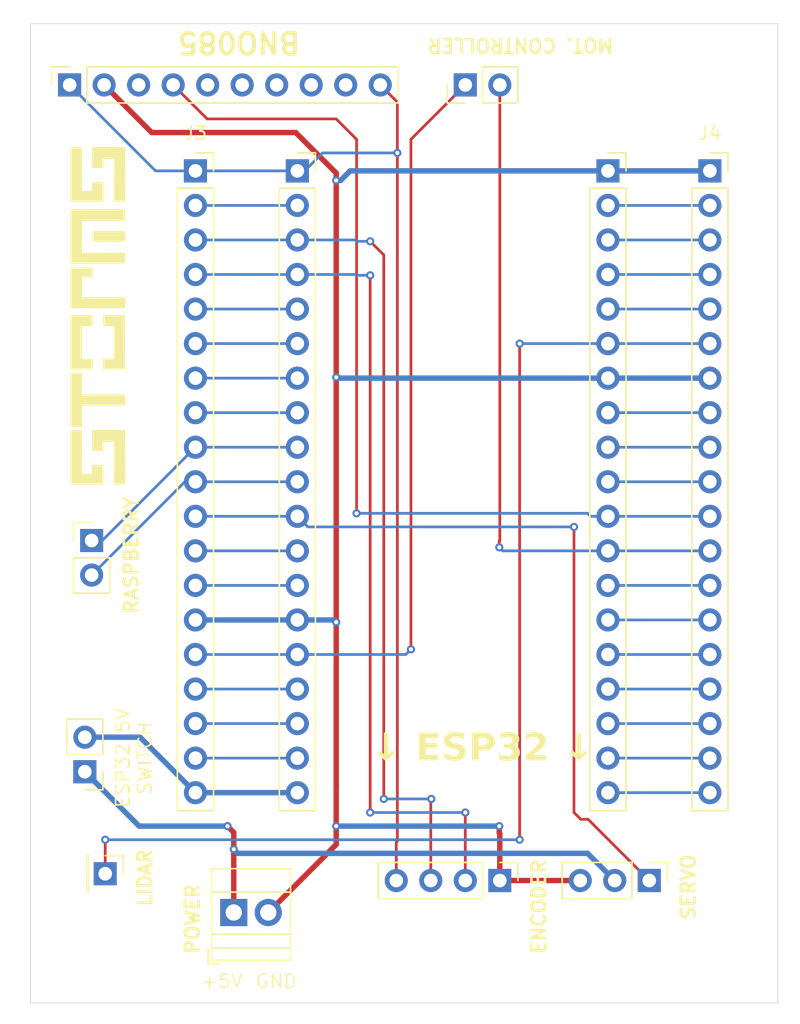
<source format=kicad_pcb>
(kicad_pcb (version 20240108) (generator "pcbnew") (generator_version "8.0")
  (layers (0 "F.Cu" signal) (31 "B.Cu" signal) (34 "B.Paste" user) (35 "F.Paste" user) (36 "B.SilkS" user "B.Silkscreen") (37 "F.SilkS" user "F.Silkscreen") (38 "B.Mask" user) (39 "F.Mask" user) (44 "Edge.Cuts" user))
  (net 0 "")
  (net 1 "/+5V")
  (net 2 "/GND")
  (net 3 "/+3V3")
  (net 4 "/SDA")
  (net 5 "/SERVO")
  (net 6 "/PI_PIN1")
  (net 7 "Net-(J1-Pin_16)")
  (net 8 "Net-(J1-Pin_5)")
  (net 9 "Net-(J1-Pin_2)")
  (net 10 "Net-(J1-Pin_18)")
  (net 11 "/PI_PIN2")
  (net 12 "Net-(J1-Pin_8)")
  (net 13 "Net-(J1-Pin_12)")
  (net 14 "Net-(J1-Pin_13)")
  (net 15 "Net-(J1-Pin_17)")
  (net 16 "Net-(J1-Pin_6)")
  (net 17 "Net-(J1-Pin_7)")
  (net 18 "/ENC2")
  (net 25 "/LIDAR_PWM")
  (net 26 "Net-(J2-Pin_13)")
  (net 27 "Net-(J2-Pin_14)")
  (net 28 "Net-(J2-Pin_10)")
  (net 29 "Net-(J2-Pin_5)")
  (net 30 "Net-(J2-Pin_19)")
  (net 31 "Net-(J2-Pin_2)")
  (net 32 "Net-(J2-Pin_17)")
  (net 33 "Net-(J2-Pin_9)")
  (net 34 "Net-(J2-Pin_18)")
  (net 35 "Net-(J2-Pin_16)")
  (net 36 "Net-(J2-Pin_8)")
  (net 37 "Net-(J2-Pin_4)")
  (net 38 "Net-(J2-Pin_3)")
  (net 39 "Net-(J2-Pin_15)")
  (net 40 "/ENC1")
  (net 41 "/MOT2")
  (net 42 "/MOT1")
  (net 43 "/+5V_SWITCH")
  (footprint "MountingHole:MountingHole_3.2mm_M3" (layer "F.Cu") (at 69 84)
    (property "Reference" "H2" (hide yes))
    (property "Value" "MountingHole")
    (pad "" np_thru_hole circle (at 0 0) (size 3.2 3.2) (drill 3.2) (layers "*.Cu" "*.Mask"))
  )
  (footprint "TerminalBlock:TerminalBlock_Xinya_XY308-2.54-2P_1x02_P2.54mm_Horizontal" (layer "F.Cu") (at 32.46 80.85)
    (property "Reference" "PSU1" (hide yes))
    (property "Value" "GND_IN")
    (fp_line (start -1.88 2.72) (end -1.88 3.76) (stroke (width 0.12)) (layer "F.SilkS"))
    (fp_line (start -1.88 3.76) (end -1.08 3.76) (stroke (width 0.12)) (layer "F.SilkS"))
    (fp_line (start -1.64 -3.22) (end -1.64 3.52) (stroke (width 0.12)) (layer "F.SilkS"))
    (fp_line (start -1.64 -3.22) (end 4.18 -3.22) (stroke (width 0.12)) (layer "F.SilkS"))
    (fp_line (start -1.64 -1.501) (end 4.18 -1.501) (stroke (width 0.12)) (layer "F.SilkS"))
    (fp_line (start -1.64 1.6) (end 4.18 1.6) (stroke (width 0.12)) (layer "F.SilkS"))
    (fp_line (start -1.64 2.6) (end 4.18 2.6) (stroke (width 0.12)) (layer "F.SilkS"))
    (fp_line (start -1.64 3.52) (end 4.18 3.52) (stroke (width 0.12)) (layer "F.SilkS"))
    (fp_line (start 4.18 -3.22) (end 4.18 3.52) (stroke (width 0.12)) (layer "F.SilkS"))
    (pad "1" thru_hole rect (at 0 0) (size 2 2) (drill 1.2) (layers "*.Cu" "*.Mask") (net 1 "/+5V"))
    (pad "2" thru_hole circle (at 2.54 0) (size 2 2) (drill 1.2) (layers "*.Cu" "*.Mask") (net 2 "/GND"))
  )
  (footprint "MountingHole:MountingHole_3.2mm_M3" (layer "F.Cu") (at 69 19)
    (property "Reference" "H1" (hide yes))
    (property "Value" "MountingHole")
    (pad "" np_thru_hole circle (at 0 0) (size 3.2 3.2) (drill 3.2) (layers "*.Cu" "*.Mask"))
  )
  (footprint "Connector_PinSocket_2.54mm:PinSocket_1x10_P2.54mm_Vertical" (layer "F.Cu") (at 20.38 20 90)
    (property "Reference" "GYRO1" (hide yes))
    (property "Value" "Conn_01x10_Pin")
    (fp_line (start 1.33 -1.33) (end 1.33 0) (stroke (width 0.12)) (layer "F.SilkS"))
    (fp_line (start 0 -1.33) (end 1.33 -1.33) (stroke (width 0.12)) (layer "F.SilkS"))
    (fp_line (start 1.33 1.27) (end 1.33 24.19) (stroke (width 0.12)) (layer "F.SilkS"))
    (fp_line (start -1.33 1.27) (end 1.33 1.27) (stroke (width 0.12)) (layer "F.SilkS"))
    (fp_line (start -1.33 1.27) (end -1.33 24.19) (stroke (width 0.12)) (layer "F.SilkS"))
    (fp_line (start -1.33 24.19) (end 1.33 24.19) (stroke (width 0.12)) (layer "F.SilkS"))
    (pad "1" thru_hole rect (at 0 0 90) (size 1.7 1.7) (drill 1) (layers "*.Cu" "*.Mask") (net 3 "/+3V3"))
    (pad "2" thru_hole oval (at 0 2.54 90) (size 1.7 1.7) (drill 1) (layers "*.Cu" "*.Mask") (net 2 "/GND"))
    (pad "3" thru_hole oval (at 0 5.08 90) (size 1.7 1.7) (drill 1) (layers "*.Cu" "*.Mask"))
    (pad "4" thru_hole oval (at 0 7.62 90) (size 1.7 1.7) (drill 1) (layers "*.Cu" "*.Mask") (net 4 "/SDA"))
    (pad "5" thru_hole oval (at 0 10.16 90) (size 1.7 1.7) (drill 1) (layers "*.Cu" "*.Mask"))
    (pad "6" thru_hole oval (at 0 12.7 90) (size 1.7 1.7) (drill 1) (layers "*.Cu" "*.Mask"))
    (pad "7" thru_hole oval (at 0 15.24 90) (size 1.7 1.7) (drill 1) (layers "*.Cu" "*.Mask"))
    (pad "8" thru_hole oval (at 0 17.78 90) (size 1.7 1.7) (drill 1) (layers "*.Cu" "*.Mask"))
    (pad "9" thru_hole oval (at 0 20.32 90) (size 1.7 1.7) (drill 1) (layers "*.Cu" "*.Mask"))
    (pad "10" thru_hole oval (at 0 22.86 90) (size 1.7 1.7) (drill 1) (layers "*.Cu" "*.Mask") (net 3 "/+3V3"))
  )
  (footprint "Connector_PinHeader_2.54mm:PinHeader_1x03_P2.54mm_Vertical" (layer "F.Cu") (at 63.04 78.5 -90)
    (property "Reference" "J8" (hide yes))
    (property "Value" "SERVO_PINS")
    (fp_line (start -1.33 6.41) (end 1.33 6.41) (stroke (width 0.12)) (layer "F.SilkS"))
    (fp_line (start -1.33 1.27) (end -1.33 6.41) (stroke (width 0.12)) (layer "F.SilkS"))
    (fp_line (start -1.33 1.27) (end 1.33 1.27) (stroke (width 0.12)) (layer "F.SilkS"))
    (fp_line (start 1.33 1.27) (end 1.33 6.41) (stroke (width 0.12)) (layer "F.SilkS"))
    (fp_line (start -1.33 0) (end -1.33 -1.33) (stroke (width 0.12)) (layer "F.SilkS"))
    (fp_line (start -1.33 -1.33) (end 0 -1.33) (stroke (width 0.12)) (layer "F.SilkS"))
    (pad "1" thru_hole rect (at 0 0 270) (size 1.7 1.7) (drill 1) (layers "*.Cu" "*.Mask") (net 5 "/SERVO"))
    (pad "2" thru_hole oval (at 0 2.54 270) (size 1.7 1.7) (drill 1) (layers "*.Cu" "*.Mask") (net 1 "/+5V"))
    (pad "3" thru_hole oval (at 0 5.08 270) (size 1.7 1.7) (drill 1) (layers "*.Cu" "*.Mask") (net 2 "/GND"))
  )
  (footprint "LOGO" (layer "F.Cu") (at 22.5 37 90)
    (property "Reference" "G***" (hide yes))
    (property "Value" "LOGO" (hide yes))
    (fp_poly (pts (xy 6.258385 0.769573) (xy 6.258385 1.966688) (xy 5.865229 1.968802) (xy 5.771289 1.969224) (xy 5.692488 1.969379) (xy 5.627677 1.969244) (xy 5.575709 1.968794) (xy 5.535437 1.968006) (xy 5.505713 1.966857) (xy 5.48539 1.965324) (xy 5.47332 1.963382) (xy 5.468356 1.961008) (xy 5.46817 1.960658) (xy 5.467731 1.95146) (xy 5.467335 1.926888) (xy 5.466981 1.887853) (xy 5.466673 1.835269) (xy 5.466411 1.77005) (xy 5.466196 1.693106) (xy 5.46603 1.605352) (xy 5.465914 1.507699) (xy 5.46585 1.401061) (xy 5.465839 1.286351) (xy 5.465883 1.16448) (xy 5.465982 1.036362) (xy 5.466138 0.90291) (xy 5.466353 0.765036) (xy 5.466359 0.76143) (xy 5.468452 -0.427541) (xy 5.863418 -0.427541) (xy 6.258385 -0.427541)) (fill solid) (layer "F.SilkS"))
    (fp_poly (pts (xy 0.077365 -1.245976) (xy 0.077365 -0.435685) (xy -0.325745 -0.435685) (xy -0.728855 -0.435685) (xy -0.730968 -0.832687) (xy -0.733082 -1.229689) (xy -1.930041 -1.229689) (xy -3.127001 -1.229689) (xy -3.129114 -0.832687) (xy -3.131228 -0.435685) (xy -3.520311 -0.43357) (xy -3.613731 -0.433146) (xy -3.692018 -0.432992) (xy -3.756327 -0.433133) (xy -3.807809 -0.433591) (xy -3.84762 -0.434392) (xy -3.876911 -0.435559) (xy -3.896835 -0.437115) (xy -3.908548 -0.439085) (xy -3.9132 -0.441492) (xy -3.913305 -0.441713) (xy -3.913835 -0.451141) (xy -3.914302 -0.475738) (xy -3.914703 -0.514387) (xy -3.915036 -0.565972) (xy -3.915299 -0.629375) (xy -3.915489 -0.703478) (xy -3.915604 -0.787164) (xy -3.915641 -0.879315) (xy -3.915597 -0.978815) (xy -3.915471 -1.084547) (xy -3.915259 -1.195392) (xy -3.915116 -1.25412) (xy -3.913017 -2.056268) (xy -1.917826 -2.056268) (xy 0.077365 -2.056268)) (fill solid) (layer "F.SilkS"))
    (fp_poly (pts (xy -4.149182 -1.632799) (xy -4.149182 -1.20933) (xy -4.949274 -1.207254) (xy -5.749365 -1.205178) (xy -5.751422 0.380755) (xy -5.753478 1.966688) (xy -6.157192 1.968799) (xy -6.236773 1.969107) (xy -6.311371 1.969186) (xy -6.379407 1.969049) (xy -6.439306 1.96871) (xy -6.489491 1.968182) (xy -6.528384 1.967477) (xy -6.55441 1.966609) (xy -6.565992 1.965591) (xy -6.566409 1.965406) (xy -6.566964 1.956832) (xy -6.567502 1.932757) (xy -6.568023 1.893966) (xy -6.568523 1.841245) (xy -6.569 1.77538) (xy -6.56945 1.697156) (xy -6.569872 1.607359) (xy -6.570261 1.506776) (xy -6.570617 1.396191) (xy -6.570935 1.27639) (xy -6.571213 1.14816) (xy -6.571449 1.012285) (xy -6.57164 0.869552) (xy -6.571782 0.720747) (xy -6.571874 0.566654) (xy -6.571913 0.408061) (xy -6.571914 0.377362) (xy -6.571914 -1.205177) (xy -7.35981 -1.207254) (xy -8.147707 -1.20933) (xy -8.147707 -1.632799) (xy -8.147707 -2.056268) (xy -6.148445 -2.056268) (xy -4.149182 -2.056268)) (fill solid) (layer "F.SilkS"))
    (fp_poly (pts (xy 7.862681 -0.057006) (xy 7.862681 1.942257) (xy 7.43514 1.942257) (xy 7.007599 1.942257) (xy 7.005542 0.368499) (xy 7.003486 -1.205258) (xy 5.830843 -1.205258) (xy 4.658201 -1.205258) (xy 4.656145 0.380715) (xy 4.654088 1.966688) (xy 4.260932 1.968802) (xy 4.166993 1.969224) (xy 4.088193 1.969379) (xy 4.023382 1.969244) (xy 3.971415 1.968794) (xy 3.931144 1.968006) (xy 3.90142 1.966858) (xy 3.881098 1.965324) (xy 3.869029 1.963382) (xy 3.864066 1.961008) (xy 3.863879 1.960658) (xy 3.863538 1.951702) (xy 3.863222 1.927159) (xy 3.862931 1.887727) (xy 3.862666 1.834109) (xy 3.862428 1.767002) (xy 3.862216 1.687108) (xy 3.862033 1.595126) (xy 3.861878 1.491756) (xy 3.861752 1.377697) (xy 3.861655 1.253651) (xy 3.861589 1.120316) (xy 3.861554 0.978392) (xy 3.861551 0.82858) (xy 3.86158 0.671579) (xy 3.861641 0.50809) (xy 3.861736 0.338811) (xy 3.861866 0.164444) (xy 3.86203 -0.014313) (xy 3.862069 -0.052934) (xy 3.864156 -2.056268) (xy 5.863418 -2.056268) (xy 7.862681 -2.056268)) (fill solid) (layer "F.SilkS"))
    (fp_poly (pts (xy 12.439404 0.749214) (xy 12.439404 1.966688) (xy 10.429713 1.96874) (xy 10.208641 1.968951) (xy 10.003343 1.969116) (xy 9.813304 1.969231) (xy 9.63801 1.969296) (xy 9.476949 1.969308) (xy 9.329605 1.969264) (xy 9.195464 1.969164) (xy 9.074014 1.969004) (xy 8.96474 1.968783) (xy 8.867127 1.968498) (xy 8.780663 1.968148) (xy 8.704833 1.967731) (xy 8.639124 1.967244) (xy 8.583021 1.966685) (xy 8.53601 1.966052) (xy 8.497579 1.965343) (xy 8.467212 1.964557) (xy 8.444396 1.96369) (xy 8.428616 1.962742) (xy 8.41936 1.961709) (xy 8.416116 1.960596) (xy 8.415394 1.950674) (xy 8.414798 1.92605) (xy 8.414334 1.88831) (xy 8.414009 1.839039) (xy 8.41383 1.779822) (xy 8.413803 1.712245) (xy 8.413936 1.637893) (xy 8.414235 1.558351) (xy 8.414329 1.539147) (xy 8.416448 1.127893) (xy 9.990206 1.125837) (xy 11.563963 1.12378) (xy 11.563963 0.749283) (xy 11.563963 0.374786) (xy 11.223966 0.37266) (xy 10.88397 0.370535) (xy 10.88397 -0.048862) (xy 10.88397 -0.468259) (xy 11.661687 -0.468259) (xy 12.439404 -0.468259)) (fill solid) (layer "F.SilkS"))
    (fp_poly (pts (xy -8.359442 0.749214) (xy -8.359442 1.966688) (xy -10.369133 1.96874) (xy -10.590205 1.968951) (xy -10.795503 1.969116) (xy -10.985542 1.969231) (xy -11.160835 1.969296) (xy -11.321897 1.969308) (xy -11.469241 1.969264) (xy -11.603381 1.969164) (xy -11.724832 1.969004) (xy -11.834106 1.968783) (xy -11.931719 1.968498) (xy -12.018183 1.968148) (xy -12.094013 1.967731) (xy -12.159722 1.967244) (xy -12.215825 1.966685) (xy -12.262835 1.966052) (xy -12.301267 1.965343) (xy -12.331634 1.964557) (xy -12.35445 1.96369) (xy -12.370229 1.962742) (xy -12.379485 1.961709) (xy -12.38273 1.960596) (xy -12.383452 1.950674) (xy -12.384048 1.92605) (xy -12.384512 1.88831) (xy -12.384837 1.839039) (xy -12.385016 1.779822) (xy -12.385043 1.712245) (xy -12.38491 1.637893) (xy -12.384611 1.558351) (xy -12.384516 1.539147) (xy -12.382398 1.127893) (xy -10.80864 1.125837) (xy -9.234883 1.12378) (xy -9.234883 0.749283) (xy -9.234883 0.374786) (xy -9.574879 0.37266) (xy -9.914876 0.370535) (xy -9.914876 -0.048862) (xy -9.914876 -0.468259) (xy -9.137159 -0.468259) (xy -8.359442 -0.468259)) (fill solid) (layer "F.SilkS"))
    (fp_poly (pts (xy -3.129112 0.739035) (xy -3.126996 1.123822) (xy -1.930041 1.123822) (xy -0.733086 1.123822) (xy -0.730971 0.739035) (xy -0.728855 0.354248) (xy -0.325745 0.354248) (xy 0.077365 0.354248) (xy 0.077365 1.152324) (xy 0.077365 1.950401) (xy -1.916039 1.952453) (xy -2.136182 1.952665) (xy -2.340554 1.95283) (xy -2.529671 1.952945) (xy -2.704048 1.95301) (xy -2.864202 1.95302) (xy -3.010649 1.952976) (xy -3.143905 1.952873) (xy -3.264485 1.952711) (xy -3.372906 1.952487) (xy -3.469684 1.952198) (xy -3.555334 1.951844) (xy -3.630373 1.951421) (xy -3.695316 1.950929) (xy -3.75068 1.950363) (xy -3.796981 1.949724) (xy -3.834734 1.949007) (xy -3.864455 1.948212) (xy -3.886662 1.947336) (xy -3.901868 1.946377) (xy -3.910592 1.945333) (xy -3.91333 1.944309) (xy -3.91386 1.934881) (xy -3.914326 1.910292) (xy -3.914726 1.871668) (xy -3.915057 1.820135) (xy -3.915317 1.75682) (xy -3.915503 1.682848) (xy -3.915613 1.599345) (xy -3.915644 1.507438) (xy -3.915593 1.408254) (xy -3.915458 1.302917) (xy -3.915237 1.192554) (xy -3.915116 1.144181) (xy -3.913017 0.354248) (xy -3.522122 0.354248) (xy -3.131228 0.354248)) (fill solid) (layer "F.SilkS"))
    (fp_poly (pts (xy 12.414973 -1.632799) (xy 12.414973 -1.20933) (xy 10.812713 -1.207274) (xy 9.210452 -1.205218) (xy 9.210452 -0.838346) (xy 9.210452 -0.471474) (xy 9.469013 -0.47801) (xy 9.535634 -0.479645) (xy 9.599903 -0.48113) (xy 9.659229 -0.482413) (xy 9.711019 -0.483441) (xy 9.752681 -0.484159) (xy 9.781623 -0.484517) (xy 9.788651 -0.484547) (xy 9.849728 -0.484547) (xy 9.849728 -0.057006) (xy 9.849728 0.370535) (xy 9.134885 0.372616) (xy 9.005918 0.372948) (xy 8.89238 0.373141) (xy 8.793415 0.373186) (xy 8.708164 0.373072) (xy 8.635771 0.372791) (xy 8.575377 0.372331) (xy 8.526127 0.371684) (xy 8.487162 0.370839) (xy 8.457625 0.369788) (xy 8.436659 0.368519) (xy 8.423407 0.367025) (xy 8.41701 0.365294) (xy 8.416153 0.364472) (xy 8.415719 0.355285) (xy 8.415326 0.330717) (xy 8.414976 0.291674) (xy 8.41467 0.239064) (xy 8.414409 0.173791) (xy 8.414195 0.096764) (xy 8.414029 0.008887) (xy 8.413913 -0.088933) (xy 8.413847 -0.195789) (xy 8.413833 -0.310775) (xy 8.413873 -0.432984) (xy 8.413968 -0.561511) (xy 8.414118 -0.695448) (xy 8.414326 -0.83389) (xy 8.414356 -0.85101) (xy 8.416448 -2.056268) (xy 10.415711 -2.056268) (xy 12.414973 -2.056268)) (fill solid) (layer "F.SilkS"))
    (fp_poly (pts (xy -8.383873 -1.632799) (xy -8.383873 -1.20933) (xy -9.986133 -1.207274) (xy -11.588393 -1.205218) (xy -11.588393 -0.838346) (xy -11.588393 -0.471474) (xy -11.329833 -0.47801) (xy -11.263212 -0.479645) (xy -11.198942 -0.48113) (xy -11.139617 -0.482413) (xy -11.087827 -0.483441) (xy -11.046165 -0.484159) (xy -11.017223 -0.484517) (xy -11.010195 -0.484547) (xy -10.949118 -0.484547) (xy -10.949118 -0.057006) (xy -10.949118 0.370535) (xy -11.66396 0.372616) (xy -11.792928 0.372948) (xy -11.906465 0.373141) (xy -12.005431 0.373186) (xy -12.090682 0.373072) (xy -12.163075 0.372791) (xy -12.223468 0.372331) (xy -12.272719 0.371684) (xy -12.311684 0.370839) (xy -12.341221 0.369788) (xy -12.362187 0.368519) (xy -12.375439 0.367025) (xy -12.381836 0.365294) (xy -12.382693 0.364472) (xy -12.383127 0.355285) (xy -12.38352 0.330717) (xy -12.38387 0.291674) (xy -12.384176 0.239064) (xy -12.384437 0.173791) (xy -12.384651 0.096764) (xy -12.384817 0.008887) (xy -12.384933 -0.088933) (xy -12.384999 -0.195789) (xy -12.385012 -0.310775) (xy -12.384973 -0.432984) (xy -12.384878 -0.561511) (xy -12.384727 -0.695448) (xy -12.384519 -0.83389) (xy -12.38449 -0.85101) (xy -12.382398 -2.056268) (xy -10.383135 -2.056268) (xy -8.383873 -2.056268)) (fill solid) (layer "F.SilkS"))
    (fp_poly (pts (xy 3.570985 -1.241905) (xy 3.570985 -0.427541) (xy 3.217231 -0.425418) (xy 3.120869 -0.425032) (xy 3.038814 -0.425113) (xy 2.971414 -0.425655) (xy 2.919017 -0.426652) (xy 2.881971 -0.428098) (xy 2.860622 -0.429988) (xy 2.855251 -0.431521) (xy 2.853121 -0.441741) (xy 2.851117 -0.467592) (xy 2.849259 -0.508416) (xy 2.847567 -0.563556) (xy 2.84606 -0.632355) (xy 2.844758 -0.714157) (xy 2.84368 -0.808304) (xy 2.843548 -0.822503) (xy 2.840071 -1.205258) (xy 2.116337 -1.205258) (xy 1.392603 -1.205258) (xy 1.390547 0.380715) (xy 1.38849 1.966688) (xy 0.991262 1.968801) (xy 0.896805 1.969222) (xy 0.817492 1.969378) (xy 0.752181 1.969248) (xy 0.699731 1.968806) (xy 0.658998 1.968032) (xy 0.628842 1.9669) (xy 0.608122 1.965388) (xy 0.595694 1.963473) (xy 0.590418 1.961132) (xy 0.590138 1.960658) (xy 0.589797 1.951702) (xy 0.58948 1.927158) (xy 0.589189 1.887727) (xy 0.588924 1.834108) (xy 0.588686 1.767002) (xy 0.588475 1.687108) (xy 0.588291 1.595126) (xy 0.588136 1.491755) (xy 0.58801 1.377697) (xy 0.587914 1.253651) (xy 0.587848 1.120316) (xy 0.587813 0.978392) (xy 0.587809 0.82858) (xy 0.587838 0.67158) (xy 0.5879 0.50809) (xy 0.587995 0.338811) (xy 0.588124 0.164444) (xy 0.588288 -0.014313) (xy 0.588327 -0.052934) (xy 0.590414 -2.056268) (xy 2.080699 -2.056268) (xy 3.570985 -2.056268)) (fill solid) (layer "F.SilkS"))
  )
  (footprint "Connector_PinSocket_2.54mm:PinSocket_1x19_P2.54mm_Vertical" (layer "F.Cu") (at 60 26.32)
    (property "Reference" "J2" (hide yes))
    (property "Value" "Conn_01x19_Socket")
    (fp_line (start -1.33 1.27) (end -1.33 47.05) (stroke (width 0.12)) (layer "F.SilkS"))
    (fp_line (start -1.33 1.27) (end 1.33 1.27) (stroke (width 0.12)) (layer "F.SilkS"))
    (fp_line (start -1.33 47.05) (end 1.33 47.05) (stroke (width 0.12)) (layer "F.SilkS"))
    (fp_line (start 0 -1.33) (end 1.33 -1.33) (stroke (width 0.12)) (layer "F.SilkS"))
    (fp_line (start 1.33 -1.33) (end 1.33 0) (stroke (width 0.12)) (layer "F.SilkS"))
    (fp_line (start 1.33 1.27) (end 1.33 47.05) (stroke (width 0.12)) (layer "F.SilkS"))
    (pad "1" thru_hole rect (at 0 0) (size 1.7 1.7) (drill 1) (layers "*.Cu" "*.Mask") (net 2 "/GND"))
    (pad "2" thru_hole oval (at 0 2.54) (size 1.7 1.7) (drill 1) (layers "*.Cu" "*.Mask") (net 31 "Net-(J2-Pin_2)"))
    (pad "3" thru_hole oval (at 0 5.08) (size 1.7 1.7) (drill 1) (layers "*.Cu" "*.Mask") (net 38 "Net-(J2-Pin_3)"))
    (pad "4" thru_hole oval (at 0 7.62) (size 1.7 1.7) (drill 1) (layers "*.Cu" "*.Mask") (net 37 "Net-(J2-Pin_4)"))
    (pad "5" thru_hole oval (at 0 10.16) (size 1.7 1.7) (drill 1) (layers "*.Cu" "*.Mask") (net 29 "Net-(J2-Pin_5)"))
    (pad "6" thru_hole oval (at 0 12.7) (size 1.7 1.7) (drill 1) (layers "*.Cu" "*.Mask") (net 25 "/LIDAR_PWM"))
    (pad "7" thru_hole oval (at 0 15.24) (size 1.7 1.7) (drill 1) (layers "*.Cu" "*.Mask") (net 2 "/GND"))
    (pad "8" thru_hole oval (at 0 17.78) (size 1.7 1.7) (drill 1) (layers "*.Cu" "*.Mask") (net 36 "Net-(J2-Pin_8)"))
    (pad "9" thru_hole oval (at 0 20.32) (size 1.7 1.7) (drill 1) (layers "*.Cu" "*.Mask") (net 33 "Net-(J2-Pin_9)"))
    (pad "10" thru_hole oval (at 0 22.86) (size 1.7 1.7) (drill 1) (layers "*.Cu" "*.Mask") (net 28 "Net-(J2-Pin_10)"))
    (pad "11" thru_hole oval (at 0 25.4) (size 1.7 1.7) (drill 1) (layers "*.Cu" "*.Mask") (net 4 "/SDA"))
    (pad "12" thru_hole oval (at 0 27.94) (size 1.7 1.7) (drill 1) (layers "*.Cu" "*.Mask") (net 41 "/MOT2"))
    (pad "13" thru_hole oval (at 0 30.48) (size 1.7 1.7) (drill 1) (layers "*.Cu" "*.Mask") (net 26 "Net-(J2-Pin_13)"))
    (pad "14" thru_hole oval (at 0 33.02) (size 1.7 1.7) (drill 1) (layers "*.Cu" "*.Mask") (net 27 "Net-(J2-Pin_14)"))
    (pad "15" thru_hole oval (at 0 35.56) (size 1.7 1.7) (drill 1) (layers "*.Cu" "*.Mask") (net 39 "Net-(J2-Pin_15)"))
    (pad "16" thru_hole oval (at 0 38.1) (size 1.7 1.7) (drill 1) (layers "*.Cu" "*.Mask") (net 35 "Net-(J2-Pin_16)"))
    (pad "17" thru_hole oval (at 0 40.64) (size 1.7 1.7) (drill 1) (layers "*.Cu" "*.Mask") (net 32 "Net-(J2-Pin_17)"))
    (pad "18" thru_hole oval (at 0 43.18) (size 1.7 1.7) (drill 1) (layers "*.Cu" "*.Mask") (net 34 "Net-(J2-Pin_18)"))
    (pad "19" thru_hole oval (at 0 45.72) (size 1.7 1.7) (drill 1) (layers "*.Cu" "*.Mask") (net 30 "Net-(J2-Pin_19)"))
  )
  (footprint "Connector_PinHeader_2.54mm:PinHeader_1x02_P2.54mm_Vertical" (layer "F.Cu") (at 22 53.5)
    (property "Reference" "J5" (hide yes))
    (property "Value" "PI_PINS")
    (fp_line (start -1.33 -1.33) (end 0 -1.33) (stroke (width 0.12)) (layer "F.SilkS"))
    (fp_line (start -1.33 0) (end -1.33 -1.33) (stroke (width 0.12)) (layer "F.SilkS"))
    (fp_line (start -1.33 1.27) (end -1.33 3.87) (stroke (width 0.12)) (layer "F.SilkS"))
    (fp_line (start -1.33 1.27) (end 1.33 1.27) (stroke (width 0.12)) (layer "F.SilkS"))
    (fp_line (start -1.33 3.87) (end 1.33 3.87) (stroke (width 0.12)) (layer "F.SilkS"))
    (fp_line (start 1.33 1.27) (end 1.33 3.87) (stroke (width 0.12)) (layer "F.SilkS"))
    (pad "1" thru_hole rect (at 0 0) (size 1.7 1.7) (drill 1) (layers "*.Cu" "*.Mask") (net 6 "/PI_PIN1"))
    (pad "2" thru_hole oval (at 0 2.54) (size 1.7 1.7) (drill 1) (layers "*.Cu" "*.Mask") (net 11 "/PI_PIN2"))
  )
  (footprint "Connector_PinSocket_2.54mm:PinSocket_1x19_P2.54mm_Vertical" (layer "F.Cu") (at 67.5 26.32)
    (property "Reference" "J4" (at 0 -2.77 0) (layer "F.SilkS"))
    (property "Value" "Conn_01x19_Pin")
    (fp_line (start -1.33 1.27) (end -1.33 47.05) (stroke (width 0.12)) (layer "F.SilkS"))
    (fp_line (start -1.33 1.27) (end 1.33 1.27) (stroke (width 0.12)) (layer "F.SilkS"))
    (fp_line (start -1.33 47.05) (end 1.33 47.05) (stroke (width 0.12)) (layer "F.SilkS"))
    (fp_line (start 0 -1.33) (end 1.33 -1.33) (stroke (width 0.12)) (layer "F.SilkS"))
    (fp_line (start 1.33 -1.33) (end 1.33 0) (stroke (width 0.12)) (layer "F.SilkS"))
    (fp_line (start 1.33 1.27) (end 1.33 47.05) (stroke (width 0.12)) (layer "F.SilkS"))
    (pad "1" thru_hole rect (at 0 0) (size 1.7 1.7) (drill 1) (layers "*.Cu" "*.Mask") (net 2 "/GND"))
    (pad "2" thru_hole oval (at 0 2.54) (size 1.7 1.7) (drill 1) (layers "*.Cu" "*.Mask") (net 31 "Net-(J2-Pin_2)"))
    (pad "3" thru_hole oval (at 0 5.08) (size 1.7 1.7) (drill 1) (layers "*.Cu" "*.Mask") (net 38 "Net-(J2-Pin_3)"))
    (pad "4" thru_hole oval (at 0 7.62) (size 1.7 1.7) (drill 1) (layers "*.Cu" "*.Mask") (net 37 "Net-(J2-Pin_4)"))
    (pad "5" thru_hole oval (at 0 10.16) (size 1.7 1.7) (drill 1) (layers "*.Cu" "*.Mask") (net 29 "Net-(J2-Pin_5)"))
    (pad "6" thru_hole oval (at 0 12.7) (size 1.7 1.7) (drill 1) (layers "*.Cu" "*.Mask") (net 25 "/LIDAR_PWM"))
    (pad "7" thru_hole oval (at 0 15.24) (size 1.7 1.7) (drill 1) (layers "*.Cu" "*.Mask") (net 2 "/GND"))
    (pad "8" thru_hole oval (at 0 17.78) (size 1.7 1.7) (drill 1) (layers "*.Cu" "*.Mask") (net 36 "Net-(J2-Pin_8)"))
    (pad "9" thru_hole oval (at 0 20.32) (size 1.7 1.7) (drill 1) (layers "*.Cu" "*.Mask") (net 33 "Net-(J2-Pin_9)"))
    (pad "10" thru_hole oval (at 0 22.86) (size 1.7 1.7) (drill 1) (layers "*.Cu" "*.Mask") (net 28 "Net-(J2-Pin_10)"))
    (pad "11" thru_hole oval (at 0 25.4) (size 1.7 1.7) (drill 1) (layers "*.Cu" "*.Mask") (net 4 "/SDA"))
    (pad "12" thru_hole oval (at 0 27.94) (size 1.7 1.7) (drill 1) (layers "*.Cu" "*.Mask") (net 41 "/MOT2"))
    (pad "13" thru_hole oval (at 0 30.48) (size 1.7 1.7) (drill 1) (layers "*.Cu" "*.Mask") (net 26 "Net-(J2-Pin_13)"))
    (pad "14" thru_hole oval (at 0 33.02) (size 1.7 1.7) (drill 1) (layers "*.Cu" "*.Mask") (net 27 "Net-(J2-Pin_14)"))
    (pad "15" thru_hole oval (at 0 35.56) (size 1.7 1.7) (drill 1) (layers "*.Cu" "*.Mask") (net 39 "Net-(J2-Pin_15)"))
    (pad "16" thru_hole oval (at 0 38.1) (size 1.7 1.7) (drill 1) (layers "*.Cu" "*.Mask") (net 35 "Net-(J2-Pin_16)"))
    (pad "17" thru_hole oval (at 0 40.64) (size 1.7 1.7) (drill 1) (layers "*.Cu" "*.Mask") (net 32 "Net-(J2-Pin_17)"))
    (pad "18" thru_hole oval (at 0 43.18) (size 1.7 1.7) (drill 1) (layers "*.Cu" "*.Mask") (net 34 "Net-(J2-Pin_18)"))
    (pad "19" thru_hole oval (at 0 45.72) (size 1.7 1.7) (drill 1) (layers "*.Cu" "*.Mask") (net 30 "Net-(J2-Pin_19)"))
  )
  (footprint "Connector_PinSocket_2.54mm:PinSocket_1x19_P2.54mm_Vertical" (layer "F.Cu") (at 29.64 26.32)
    (property "Reference" "J3" (at 0 -2.77 0) (layer "F.SilkS"))
    (property "Value" "Conn_01x19_Pin")
    (fp_line (start -1.33 1.27) (end -1.33 47.05) (stroke (width 0.12)) (layer "F.SilkS"))
    (fp_line (start -1.33 1.27) (end 1.33 1.27) (stroke (width 0.12)) (layer "F.SilkS"))
    (fp_line (start -1.33 47.05) (end 1.33 47.05) (stroke (width 0.12)) (layer "F.SilkS"))
    (fp_line (start 0 -1.33) (end 1.33 -1.33) (stroke (width 0.12)) (layer "F.SilkS"))
    (fp_line (start 1.33 -1.33) (end 1.33 0) (stroke (width 0.12)) (layer "F.SilkS"))
    (fp_line (start 1.33 1.27) (end 1.33 47.05) (stroke (width 0.12)) (layer "F.SilkS"))
    (pad "1" thru_hole rect (at 0 0) (size 1.7 1.7) (drill 1) (layers "*.Cu" "*.Mask") (net 3 "/+3V3"))
    (pad "2" thru_hole oval (at 0 2.54) (size 1.7 1.7) (drill 1) (layers "*.Cu" "*.Mask") (net 9 "Net-(J1-Pin_2)"))
    (pad "3" thru_hole oval (at 0 5.08) (size 1.7 1.7) (drill 1) (layers "*.Cu" "*.Mask") (net 40 "/ENC1"))
    (pad "4" thru_hole oval (at 0 7.62) (size 1.7 1.7) (drill 1) (layers "*.Cu" "*.Mask") (net 18 "/ENC2"))
    (pad "5" thru_hole oval (at 0 10.16) (size 1.7 1.7) (drill 1) (layers "*.Cu" "*.Mask") (net 8 "Net-(J1-Pin_5)"))
    (pad "6" thru_hole oval (at 0 12.7) (size 1.7 1.7) (drill 1) (layers "*.Cu" "*.Mask") (net 16 "Net-(J1-Pin_6)"))
    (pad "7" thru_hole oval (at 0 15.24) (size 1.7 1.7) (drill 1) (layers "*.Cu" "*.Mask") (net 17 "Net-(J1-Pin_7)"))
    (pad "8" thru_hole oval (at 0 17.78) (size 1.7 1.7) (drill 1) (layers "*.Cu" "*.Mask") (net 12 "Net-(J1-Pin_8)"))
    (pad "9" thru_hole oval (at 0 20.32) (size 1.7 1.7) (drill 1) (layers "*.Cu" "*.Mask") (net 6 "/PI_PIN1"))
    (pad "10" thru_hole oval (at 0 22.86) (size 1.7 1.7) (drill 1) (layers "*.Cu" "*.Mask") (net 11 "/PI_PIN2"))
    (pad "11" thru_hole oval (at 0 25.4) (size 1.7 1.7) (drill 1) (layers "*.Cu" "*.Mask") (net 5 "/SERVO"))
    (pad "12" thru_hole oval (at 0 27.94) (size 1.7 1.7) (drill 1) (layers "*.Cu" "*.Mask") (net 13 "Net-(J1-Pin_12)"))
    (pad "13" thru_hole oval (at 0 30.48) (size 1.7 1.7) (drill 1) (layers "*.Cu" "*.Mask") (net 14 "Net-(J1-Pin_13)"))
    (pad "14" thru_hole oval (at 0 33.02) (size 1.7 1.7) (drill 1) (layers "*.Cu" "*.Mask") (net 2 "/GND"))
    (pad "15" thru_hole oval (at 0 35.56) (size 1.7 1.7) (drill 1) (layers "*.Cu" "*.Mask") (net 42 "/MOT1"))
    (pad "16" thru_hole oval (at 0 38.1) (size 1.7 1.7) (drill 1) (layers "*.Cu" "*.Mask") (net 7 "Net-(J1-Pin_16)"))
    (pad "17" thru_hole oval (at 0 40.64) (size 1.7 1.7) (drill 1) (layers "*.Cu" "*.Mask") (net 15 "Net-(J1-Pin_17)"))
    (pad "18" thru_hole oval (at 0 43.18) (size 1.7 1.7) (drill 1) (layers "*.Cu" "*.Mask") (net 10 "Net-(J1-Pin_18)"))
    (pad "19" thru_hole oval (at 0 45.72) (size 1.7 1.7) (drill 1) (layers "*.Cu" "*.Mask") (net 43 "/+5V_SWITCH"))
  )
  (footprint "Connector_PinHeader_2.54mm:PinHeader_1x02_P2.54mm_Vertical" (layer "F.Cu") (at 49.5 20 90)
    (property "Reference" "J6" (hide yes))
    (property "Value" "MOT_PINS")
    (fp_line (start -1.33 -1.33) (end 0 -1.33) (stroke (width 0.12)) (layer "F.SilkS"))
    (fp_line (start -1.33 0) (end -1.33 -1.33) (stroke (width 0.12)) (layer "F.SilkS"))
    (fp_line (start 1.33 1.27) (end 1.33 3.87) (stroke (width 0.12)) (layer "F.SilkS"))
    (fp_line (start -1.33 1.27) (end 1.33 1.27) (stroke (width 0.12)) (layer "F.SilkS"))
    (fp_line (start -1.33 1.27) (end -1.33 3.87) (stroke (width 0.12)) (layer "F.SilkS"))
    (fp_line (start -1.33 3.87) (end 1.33 3.87) (stroke (width 0.12)) (layer "F.SilkS"))
    (pad "1" thru_hole rect (at 0 0 90) (size 1.7 1.7) (drill 1) (layers "*.Cu" "*.Mask") (net 42 "/MOT1"))
    (pad "2" thru_hole oval (at 0 2.54 90) (size 1.7 1.7) (drill 1) (layers "*.Cu" "*.Mask") (net 41 "/MOT2"))
  )
  (footprint "Connector_PinSocket_2.54mm:PinSocket_1x19_P2.54mm_Vertical" (layer "F.Cu") (at 37.14 26.32)
    (property "Reference" "J1" (hide yes))
    (property "Value" "Conn_01x19_Socket")
    (fp_line (start -1.33 1.27) (end -1.33 47.05) (stroke (width 0.12)) (layer "F.SilkS"))
    (fp_line (start -1.33 1.27) (end 1.33 1.27) (stroke (width 0.12)) (layer "F.SilkS"))
    (fp_line (start -1.33 47.05) (end 1.33 47.05) (stroke (width 0.12)) (layer "F.SilkS"))
    (fp_line (start 0 -1.33) (end 1.33 -1.33) (stroke (width 0.12)) (layer "F.SilkS"))
    (fp_line (start 1.33 -1.33) (end 1.33 0) (stroke (width 0.12)) (layer "F.SilkS"))
    (fp_line (start 1.33 1.27) (end 1.33 47.05) (stroke (width 0.12)) (layer "F.SilkS"))
    (pad "1" thru_hole rect (at 0 0) (size 1.7 1.7) (drill 1) (layers "*.Cu" "*.Mask") (net 3 "/+3V3"))
    (pad "2" thru_hole oval (at 0 2.54) (size 1.7 1.7) (drill 1) (layers "*.Cu" "*.Mask") (net 9 "Net-(J1-Pin_2)"))
    (pad "3" thru_hole oval (at 0 5.08) (size 1.7 1.7) (drill 1) (layers "*.Cu" "*.Mask") (net 40 "/ENC1"))
    (pad "4" thru_hole oval (at 0 7.62) (size 1.7 1.7) (drill 1) (layers "*.Cu" "*.Mask") (net 18 "/ENC2"))
    (pad "5" thru_hole oval (at 0 10.16) (size 1.7 1.7) (drill 1) (layers "*.Cu" "*.Mask") (net 8 "Net-(J1-Pin_5)"))
    (pad "6" thru_hole oval (at 0 12.7) (size 1.7 1.7) (drill 1) (layers "*.Cu" "*.Mask") (net 16 "Net-(J1-Pin_6)"))
    (pad "7" thru_hole oval (at 0 15.24) (size 1.7 1.7) (drill 1) (layers "*.Cu" "*.Mask") (net 17 "Net-(J1-Pin_7)"))
    (pad "8" thru_hole oval (at 0 17.78) (size 1.7 1.7) (drill 1) (layers "*.Cu" "*.Mask") (net 12 "Net-(J1-Pin_8)"))
    (pad "9" thru_hole oval (at 0 20.32) (size 1.7 1.7) (drill 1) (layers "*.Cu" "*.Mask") (net 6 "/PI_PIN1"))
    (pad "10" thru_hole oval (at 0 22.86) (size 1.7 1.7) (drill 1) (layers "*.Cu" "*.Mask") (net 11 "/PI_PIN2"))
    (pad "11" thru_hole oval (at 0 25.4) (size 1.7 1.7) (drill 1) (layers "*.Cu" "*.Mask") (net 5 "/SERVO"))
    (pad "12" thru_hole oval (at 0 27.94) (size 1.7 1.7) (drill 1) (layers "*.Cu" "*.Mask") (net 13 "Net-(J1-Pin_12)"))
    (pad "13" thru_hole oval (at 0 30.48) (size 1.7 1.7) (drill 1) (layers "*.Cu" "*.Mask") (net 14 "Net-(J1-Pin_13)"))
    (pad "14" thru_hole oval (at 0 33.02) (size 1.7 1.7) (drill 1) (layers "*.Cu" "*.Mask") (net 2 "/GND"))
    (pad "15" thru_hole oval (at 0 35.56) (size 1.7 1.7) (drill 1) (layers "*.Cu" "*.Mask") (net 42 "/MOT1"))
    (pad "16" thru_hole oval (at 0 38.1) (size 1.7 1.7) (drill 1) (layers "*.Cu" "*.Mask") (net 7 "Net-(J1-Pin_16)"))
    (pad "17" thru_hole oval (at 0 40.64) (size 1.7 1.7) (drill 1) (layers "*.Cu" "*.Mask") (net 15 "Net-(J1-Pin_17)"))
    (pad "18" thru_hole oval (at 0 43.18) (size 1.7 1.7) (drill 1) (layers "*.Cu" "*.Mask") (net 10 "Net-(J1-Pin_18)"))
    (pad "19" thru_hole oval (at 0 45.72) (size 1.7 1.7) (drill 1) (layers "*.Cu" "*.Mask") (net 43 "/+5V_SWITCH"))
  )
  (footprint "Connector_PinHeader_2.54mm:PinHeader_1x04_P2.54mm_Vertical" (layer "F.Cu") (at 52.04 78.5 -90)
    (property "Reference" "J7" (hide yes))
    (property "Value" "ENC_PINS")
    (fp_line (start -1.33 8.95) (end 1.33 8.95) (stroke (width 0.12)) (layer "F.SilkS"))
    (fp_line (start -1.33 1.27) (end -1.33 8.95) (stroke (width 0.12)) (layer "F.SilkS"))
    (fp_line (start -1.33 1.27) (end 1.33 1.27) (stroke (width 0.12)) (layer "F.SilkS"))
    (fp_line (start 1.33 1.27) (end 1.33 8.95) (stroke (width 0.12)) (layer "F.SilkS"))
    (fp_line (start -1.33 0) (end -1.33 -1.33) (stroke (width 0.12)) (layer "F.SilkS"))
    (fp_line (start -1.33 -1.33) (end 0 -1.33) (stroke (width 0.12)) (layer "F.SilkS"))
    (pad "1" thru_hole rect (at 0 0 270) (size 1.7 1.7) (drill 1) (layers "*.Cu" "*.Mask") (net 2 "/GND"))
    (pad "2" thru_hole oval (at 0 2.54 270) (size 1.7 1.7) (drill 1) (layers "*.Cu" "*.Mask") (net 18 "/ENC2"))
    (pad "3" thru_hole oval (at 0 5.08 270) (size 1.7 1.7) (drill 1) (layers "*.Cu" "*.Mask") (net 40 "/ENC1"))
    (pad "4" thru_hole oval (at 0 7.62 270) (size 1.7 1.7) (drill 1) (layers "*.Cu" "*.Mask") (net 3 "/+3V3"))
  )
  (footprint "Connector_PinHeader_2.54mm:PinHeader_1x02_P2.54mm_Vertical" (layer "F.Cu") (at 21.5 70.5 180)
    (property "Reference" "J9" (hide yes))
    (property "Value" "Conn_01x02_Pin")
    (fp_line (start 1.33 1.27) (end 1.33 3.87) (stroke (width 0.12)) (layer "F.SilkS"))
    (fp_line (start -1.33 3.87) (end 1.33 3.87) (stroke (width 0.12)) (layer "F.SilkS"))
    (fp_line (start -1.33 1.27) (end 1.33 1.27) (stroke (width 0.12)) (layer "F.SilkS"))
    (fp_line (start -1.33 1.27) (end -1.33 3.87) (stroke (width 0.12)) (layer "F.SilkS"))
    (fp_line (start -1.33 0) (end -1.33 -1.33) (stroke (width 0.12)) (layer "F.SilkS"))
    (fp_line (start -1.33 -1.33) (end 0 -1.33) (stroke (width 0.12)) (layer "F.SilkS"))
    (pad "1" thru_hole rect (at 0 0 180) (size 1.7 1.7) (drill 1) (layers "*.Cu" "*.Mask") (net 1 "/+5V"))
    (pad "2" thru_hole oval (at 0 2.54 180) (size 1.7 1.7) (drill 1) (layers "*.Cu" "*.Mask") (net 43 "/+5V_SWITCH"))
  )
  (footprint "Connector_PinHeader_2.54mm:PinHeader_1x01_P2.54mm_Vertical" (layer "F.Cu") (at 23 78 -90)
    (property "Reference" "LIDAR1" (hide yes))
    (property "Value" "Conn_01x01_Pin")
    (fp_line (start -1.33 1.33) (end 1.33 1.33) (stroke (width 0.12)) (layer "F.SilkS"))
    (fp_line (start -1.33 1.27) (end -1.33 1.33) (stroke (width 0.12)) (layer "F.SilkS"))
    (fp_line (start -1.33 1.27) (end 1.33 1.27) (stroke (width 0.12)) (layer "F.SilkS"))
    (fp_line (start 1.33 1.27) (end 1.33 1.33) (stroke (width 0.12)) (layer "F.SilkS"))
    (fp_line (start -1.33 0) (end -1.33 -1.33) (stroke (width 0.12)) (layer "F.SilkS"))
    (fp_line (start -1.33 -1.33) (end 0 -1.33) (stroke (width 0.12)) (layer "F.SilkS"))
    (pad "1" thru_hole rect (at 0 0 270) (size 1.7 1.7) (drill 1) (layers "*.Cu" "*.Mask") (net 25 "/LIDAR_PWM"))
  )
  (gr_rect (start 17.5 15.5) (end 72.5 87.5) (stroke (width 0.05)) (fill none) (layer "Edge.Cuts"))
  (gr_text "RASPBERRY" (at 25.5 59 90) (layer "F.SilkS") (effects (font (size 1 1) (thickness 0.2) (bold yes)) (justify left bottom)))
  (gr_text "ENCODER" (at 55.5 84 90) (layer "F.SilkS") (effects (font (size 1 1) (thickness 0.2) (bold yes)) (justify left bottom)))
  (gr_text "ESP32 5V\nSWITCH" (at 26.5 69.5 90) (layer "F.SilkS") (effects (font (size 1 1) (thickness 0.125)) (justify bottom)))
  (gr_text "GND\n" (at 34 86.5 0) (layer "F.SilkS") (effects (font (size 1 1) (thickness 0.1)) (justify left bottom)))
  (gr_text "↓ ESP32 ↓" (at 42.5 70 0) (layer "F.SilkS") (effects (font (size 2 2) (thickness 0.2) (bold yes)) (justify left bottom)))
  (gr_text "POWER" (at 30 84 90) (layer "F.SilkS") (effects (font (size 1 1) (thickness 0.2) (bold yes)) (justify left bottom)))
  (gr_text "+5V" (at 30 86.5 0) (layer "F.SilkS") (effects (font (size 1 1) (thickness 0.1)) (justify left bottom)))
  (gr_text "BNO085" (at 37.5 16 180) (layer "F.SilkS") (effects (font (size 1.5 1.5) (thickness 0.3) (bold yes)) (justify left bottom)))
  (gr_text "LIDAR" (at 26.5 80.5 90) (layer "F.SilkS") (effects (font (size 1 1) (thickness 0.2) (bold yes)) (justify left bottom)))
  (gr_text "MOT. CONTROLLER" (at 60.5 16.5 180) (layer "F.SilkS") (effects (font (size 1 1) (thickness 0.2) (bold yes)) (justify left bottom)))
  (gr_text "SERVO" (at 66.5 81.5 90) (layer "F.SilkS") (effects (font (size 1 1) (thickness 0.2) (bold yes)) (justify left bottom)))
  (segment (start 32.46 76) (end 32.46 74.96) (width 0.4) (layer "F.Cu") (net 1))
  (segment (start 32.46 76) (end 32.46 76.2) (width 0.4) (layer "F.Cu") (net 1))
  (segment (start 32.46 80.85) (end 32.46 76.2) (width 0.4) (layer "F.Cu") (net 1))
  (segment (start 32.46 74.96) (end 32 74.5) (width 0.4) (layer "F.Cu") (net 1))
  (via (at 32.46 76.2) (size 0.6) (drill 0.3) (layers "F.Cu" "B.Cu") (net 1))
  (via (at 32 74.5) (size 0.6) (drill 0.3) (layers "F.Cu" "B.Cu") (net 1))
  (segment (start 58.5 76.5) (end 60.5 78.5) (width 0.4) (layer "B.Cu") (net 1))
  (segment (start 32 74.5) (end 25.5 74.5) (width 0.4) (layer "B.Cu") (net 1))
  (segment (start 32.46 76.2) (end 32.76 76.5) (width 0.4) (layer "B.Cu") (net 1))
  (segment (start 25.5 74.5) (end 21.5 70.5) (width 0.4) (layer "B.Cu") (net 1))
  (segment (start 32.76 76.5) (end 58.5 76.5) (width 0.4) (layer "B.Cu") (net 1))
  (segment (start 52.04 75.04) (end 52.04 78.5) (width 0.4) (layer "F.Cu") (net 2))
  (segment (start 40 71.5) (end 40 74.5) (width 0.4) (layer "F.Cu") (net 2))
  (segment (start 52 75) (end 52.04 75.04) (width 0.4) (layer "F.Cu") (net 2))
  (segment (start 40 75.85) (end 40 74.5) (width 0.4) (layer "F.Cu") (net 2))
  (segment (start 40 41.5) (end 40 59.5) (width 0.4) (layer "F.Cu") (net 2))
  (segment (start 40 27) (end 40 27.02) (width 0.4) (layer "F.Cu") (net 2))
  (segment (start 40 26.48) (end 40 27.02) (width 0.4) (layer "F.Cu") (net 2))
  (segment (start 35 80.85) (end 40 75.85) (width 0.4) (layer "F.Cu") (net 2))
  (segment (start 37.02 23.5) (end 40 26.48) (width 0.4) (layer "F.Cu") (net 2))
  (segment (start 26.42 23.5) (end 22.92 20) (width 0.4) (layer "F.Cu") (net 2))
  (segment (start 26.42 23.5) (end 37.02 23.5) (width 0.4) (layer "F.Cu") (net 2))
  (segment (start 57.96 78.5) (end 52.04 78.5) (width 0.4) (layer "F.Cu") (net 2))
  (segment (start 40 27) (end 40 41.5) (width 0.4) (layer "F.Cu") (net 2))
  (segment (start 52 74.5) (end 52 75) (width 0.4) (layer "F.Cu") (net 2))
  (segment (start 40 59.5) (end 40 71.5) (width 0.4) (layer "F.Cu") (net 2))
  (via (at 40 41.5) (size 0.6) (drill 0.3) (layers "F.Cu" "B.Cu") (net 2))
  (via (at 40 74.5) (size 0.6) (drill 0.3) (layers "F.Cu" "B.Cu") (net 2))
  (via (at 52 74.5) (size 0.6) (drill 0.3) (layers "F.Cu" "B.Cu") (net 2))
  (via (at 40 27.02) (size 0.6) (drill 0.3) (layers "F.Cu" "B.Cu") (net 2))
  (via (at 40 59.5) (size 0.6) (drill 0.3) (layers "F.Cu" "B.Cu") (net 2))
  (segment (start 39.84 59.34) (end 40 59.5) (width 0.4) (layer "B.Cu") (net 2))
  (segment (start 60 41.56) (end 67.5 41.56) (width 0.4) (layer "B.Cu") (net 2))
  (segment (start 40 74.5) (end 52 74.5) (width 0.4) (layer "B.Cu") (net 2))
  (segment (start 41.028528 26.32) (end 40.328528 27.02) (width 0.4) (layer "B.Cu") (net 2))
  (segment (start 29.64 59.34) (end 37.14 59.34) (width 0.4) (layer "B.Cu") (net 2))
  (segment (start 37.14 59.34) (end 39.84 59.34) (width 0.4) (layer "B.Cu") (net 2))
  (segment (start 60 26.32) (end 67.5 26.32) (width 0.4) (layer "B.Cu") (net 2))
  (segment (start 40.06 41.56) (end 40 41.5) (width 0.4) (layer "B.Cu") (net 2))
  (segment (start 60 26.32) (end 41.028528 26.32) (width 0.4) (layer "B.Cu") (net 2))
  (segment (start 40.328528 27.02) (end 40 27.02) (width 0.4) (layer "B.Cu") (net 2))
  (segment (start 60 41.56) (end 40.06 41.56) (width 0.4) (layer "B.Cu") (net 2))
  (segment (start 44.42 78.5) (end 44.42 75.68) (width 0.2) (layer "F.Cu") (net 3))
  (segment (start 44.5 25) (end 44.5 21.26) (width 0.2) (layer "F.Cu") (net 3))
  (segment (start 44.5 21.26) (end 43.24 20) (width 0.2) (layer "F.Cu") (net 3))
  (segment (start 44.5 75.6) (end 44.5 25) (width 0.2) (layer "F.Cu") (net 3))
  (segment (start 44.42 75.68) (end 44.5 75.6) (width 0.2) (layer "F.Cu") (net 3))
  (via (at 44.5 25) (size 0.6) (drill 0.3) (layers "F.Cu" "B.Cu") (net 3))
  (segment (start 39 25) (end 44.5 25) (width 0.2) (layer "B.Cu") (net 3))
  (segment (start 29.64 26.32) (end 26.7 26.32) (width 0.2) (layer "B.Cu") (net 3))
  (segment (start 26.7 26.32) (end 20.38 20) (width 0.2) (layer "B.Cu") (net 3))
  (segment (start 29.64 26.32) (end 29.64 26) (width 0.2) (layer "B.Cu") (net 3))
  (segment (start 37.68 26.32) (end 39 25) (width 0.2) (layer "B.Cu") (net 3))
  (segment (start 37.14 26.32) (end 37.68 26.32) (width 0.2) (layer "B.Cu") (net 3))
  (segment (start 29.64 26.32) (end 37.14 26.32) (width 0.2) (layer "B.Cu") (net 3))
  (segment (start 41.5 24) (end 41.5 51.5) (width 0.2) (layer "F.Cu") (net 4))
  (segment (start 40 22.5) (end 41.5 24) (width 0.2) (layer "F.Cu") (net 4))
  (segment (start 30.5 22.5) (end 40 22.5) (width 0.2) (layer "F.Cu") (net 4))
  (segment (start 28 20) (end 30.5 22.5) (width 0.2) (layer "F.Cu") (net 4))
  (via (at 41.5 51.5) (size 0.6) (drill 0.3) (layers "F.Cu" "B.Cu") (net 4))
  (segment (start 58.72 51.72) (end 60 51.72) (width 0.2) (layer "B.Cu") (net 4))
  (segment (start 41.5 51.5) (end 58.5 51.5) (width 0.2) (layer "B.Cu") (net 4))
  (segment (start 60 51.72) (end 67.5 51.72) (width 0.2) (layer "B.Cu") (net 4))
  (segment (start 58.5 51.5) (end 58.72 51.72) (width 0.2) (layer "B.Cu") (net 4))
  (segment (start 63.04 78.5) (end 58.54 74) (width 0.2) (layer "F.Cu") (net 5))
  (segment (start 58 74) (end 57.5 73.5) (width 0.2) (layer "F.Cu") (net 5))
  (segment (start 58.54 74) (end 58 74) (width 0.2) (layer "F.Cu") (net 5))
  (segment (start 57.5 73.5) (end 57.5 52.5) (width 0.2) (layer "F.Cu") (net 5))
  (via (at 57.5 52.5) (size 0.6) (drill 0.3) (layers "F.Cu" "B.Cu") (net 5))
  (segment (start 37.92 52.5) (end 57.5 52.5) (width 0.2) (layer "B.Cu") (net 5))
  (segment (start 37.14 51.72) (end 37.92 52.5) (width 0.2) (layer "B.Cu") (net 5))
  (segment (start 29.64 51.72) (end 37.14 51.72) (width 0.2) (layer "B.Cu") (net 5))
  (segment (start 22 53.5) (end 22.78 53.5) (width 0.2) (layer "B.Cu") (net 6))
  (segment (start 22.78 53.5) (end 29.64 46.64) (width 0.2) (layer "B.Cu") (net 6))
  (segment (start 29.64 46.64) (end 37.14 46.64) (width 0.2) (layer "B.Cu") (net 6))
  (segment (start 29.64 64.42) (end 37.14 64.42) (width 0.2) (layer "B.Cu") (net 7))
  (segment (start 29.64 36.48) (end 37.14 36.48) (width 0.2) (layer "B.Cu") (net 8))
  (segment (start 29.64 28.86) (end 37.14 28.86) (width 0.2) (layer "B.Cu") (net 9))
  (segment (start 29.64 69.5) (end 37.14 69.5) (width 0.2) (layer "B.Cu") (net 10))
  (segment (start 28.86 49.18) (end 29.64 49.18) (width 0.2) (layer "B.Cu") (net 11))
  (segment (start 29.64 49.18) (end 37.14 49.18) (width 0.2) (layer "B.Cu") (net 11))
  (segment (start 22 56.04) (end 28.86 49.18) (width 0.2) (layer "B.Cu") (net 11))
  (segment (start 29.64 44.1) (end 37.14 44.1) (width 0.2) (layer "B.Cu") (net 12))
  (segment (start 29.64 54.26) (end 37.14 54.26) (width 0.2) (layer "B.Cu") (net 13))
  (segment (start 29.64 56.8) (end 37.14 56.8) (width 0.2) (layer "B.Cu") (net 14))
  (segment (start 37.14 66.96) (end 29.64 66.96) (width 0.2) (layer "B.Cu") (net 15))
  (segment (start 29.64 39.02) (end 37.14 39.02) (width 0.2) (layer "B.Cu") (net 16))
  (segment (start 29.64 41.56) (end 37.14 41.56) (width 0.2) (layer "B.Cu") (net 17))
  (segment (start 42.5 72) (end 42.5 34) (width 0.2) (layer "F.Cu") (net 18))
  (segment (start 49.5 73.5) (end 49.5 78.5) (width 0.2) (layer "F.Cu") (net 18))
  (segment (start 42.5 72) (end 42.5 73.5) (width 0.2) (layer "F.Cu") (net 18))
  (via (at 42.5 34) (size 0.6) (drill 0.3) (layers "F.Cu" "B.Cu") (net 18))
  (via (at 42.5 73.5) (size 0.6) (drill 0.3) (layers "F.Cu" "B.Cu") (net 18))
  (via (at 49.5 73.5) (size 0.6) (drill 0.3) (layers "F.Cu" "B.Cu") (net 18))
  (segment (start 42.5 34) (end 41.5 34) (width 0.2) (layer "B.Cu") (net 18))
  (segment (start 42.5 73.5) (end 49.5 73.5) (width 0.2) (layer "B.Cu") (net 18))
  (segment (start 41.5 34) (end 41.44 33.94) (width 0.2) (layer "B.Cu") (net 18))
  (segment (start 41.44 33.94) (end 37.14 33.94) (width 0.2) (layer "B.Cu") (net 18))
  (segment (start 29.64 33.94) (end 37.14 33.94) (width 0.2) (layer "B.Cu") (net 18))
  (segment (start 53.5 75.5) (end 53.5 39.02) (width 0.2) (layer "F.Cu") (net 25))
  (segment (start 23 78) (end 23 75.5) (width 0.2) (layer "F.Cu") (net 25))
  (via (at 53.5 39.02) (size 0.6) (drill 0.3) (layers "F.Cu" "B.Cu") (net 25))
  (via (at 53.5 75.5) (size 0.6) (drill 0.3) (layers "F.Cu" "B.Cu") (net 25))
  (via (at 23 75.5) (size 0.6) (drill 0.3) (layers "F.Cu" "B.Cu") (net 25))
  (segment (start 23 75.5) (end 53.5 75.5) (width 0.2) (layer "B.Cu") (net 25))
  (segment (start 60 39.02) (end 67.5 39.02) (width 0.2) (layer "B.Cu") (net 25))
  (segment (start 53.5 39.02) (end 60 39.02) (width 0.2) (layer "B.Cu") (net 25))
  (segment (start 60 56.8) (end 67.5 56.8) (width 0.2) (layer "B.Cu") (net 26))
  (segment (start 60 59.34) (end 67.5 59.34) (width 0.2) (layer "B.Cu") (net 27))
  (segment (start 60 49.18) (end 67.5 49.18) (width 0.2) (layer "B.Cu") (net 28))
  (segment (start 60 36.48) (end 67.5 36.48) (width 0.2) (layer "B.Cu") (net 29))
  (segment (start 60 72.04) (end 67.5 72.04) (width 0.2) (layer "B.Cu") (net 30))
  (segment (start 60 28.86) (end 67.5 28.86) (width 0.2) (layer "B.Cu") (net 31))
  (segment (start 60 66.96) (end 67.5 66.96) (width 0.2) (layer "B.Cu") (net 32))
  (segment (start 60 46.64) (end 67.5 46.64) (width 0.2) (layer "B.Cu") (net 33))
  (segment (start 60 69.5) (end 67.5 69.5) (width 0.2) (layer "B.Cu") (net 34))
  (segment (start 60 64.42) (end 67.5 64.42) (width 0.2) (layer "B.Cu") (net 35))
  (segment (start 60 44.1) (end 67.5 44.1) (width 0.2) (layer "B.Cu") (net 36))
  (segment (start 60 33.94) (end 67.5 33.94) (width 0.2) (layer "B.Cu") (net 37))
  (segment (start 60 31.4) (end 67.5 31.4) (width 0.2) (layer "B.Cu") (net 38))
  (segment (start 60 61.88) (end 67.5 61.88) (width 0.2) (layer "B.Cu") (net 39))
  (segment (start 46.96 72.54) (end 46.96 78.5) (width 0.2) (layer "F.Cu") (net 40))
  (segment (start 47 72.5) (end 46.96 72.54) (width 0.2) (layer "F.Cu") (net 40))
  (segment (start 43.5 32.5) (end 42.5 31.5) (width 0.2) (layer "F.Cu") (net 40))
  (segment (start 43.5 72.5) (end 43.5 32.5) (width 0.2) (layer "F.Cu") (net 40))
  (via (at 42.5 31.5) (size 0.6) (drill 0.3) (layers "F.Cu" "B.Cu") (net 40))
  (via (at 43.5 72.5) (size 0.6) (drill 0.3) (layers "F.Cu" "B.Cu") (net 40))
  (via (at 47 72.5) (size 0.6) (drill 0.3) (layers "F.Cu" "B.Cu") (net 40))
  (segment (start 29.64 31.4) (end 37.14 31.4) (width 0.2) (layer "B.Cu") (net 40))
  (segment (start 41.4 31.4) (end 37.14 31.4) (width 0.2) (layer "B.Cu") (net 40))
  (segment (start 42.5 31.5) (end 41.5 31.5) (width 0.2) (layer "B.Cu") (net 40))
  (segment (start 41.5 31.5) (end 41.4 31.4) (width 0.2) (layer "B.Cu") (net 40))
  (segment (start 43.5 72.5) (end 47 72.5) (width 0.2) (layer "B.Cu") (net 40))
  (segment (start 52.04 20) (end 52.04 53.5) (width 0.2) (layer "F.Cu") (net 41))
  (segment (start 52 53.54) (end 52.04 53.5) (width 0.2) (layer "F.Cu") (net 41))
  (segment (start 52 54) (end 52 53.54) (width 0.2) (layer "F.Cu") (net 41))
  (via (at 52 54) (size 0.6) (drill 0.3) (layers "F.Cu" "B.Cu") (net 41))
  (segment (start 52.26 54.26) (end 52 54) (width 0.2) (layer "B.Cu") (net 41))
  (segment (start 52.8 54.26) (end 52.26 54.26) (width 0.2) (layer "B.Cu") (net 41))
  (segment (start 60 54.26) (end 53 54.26) (width 0.2) (layer "B.Cu") (net 41))
  (segment (start 53 54.26) (end 52.8 54.26) (width 0.2) (layer "B.Cu") (net 41))
  (segment (start 60 54.26) (end 67.5 54.26) (width 0.2) (layer "B.Cu") (net 41))
  (segment (start 45.5 24) (end 49.5 20) (width 0.2) (layer "F.Cu") (net 42))
  (segment (start 45.5 61.5) (end 45.5 24) (width 0.2) (layer "F.Cu") (net 42))
  (via (at 45.5 61.5) (size 0.6) (drill 0.3) (layers "F.Cu" "B.Cu") (net 42))
  (segment (start 29.64 61.88) (end 37.14 61.88) (width 0.2) (layer "B.Cu") (net 42))
  (segment (start 45.12 61.88) (end 45.5 61.5) (width 0.2) (layer "B.Cu") (net 42))
  (segment (start 37.14 61.88) (end 45.12 61.88) (width 0.2) (layer "B.Cu") (net 42))
  (segment (start 29.64 72.04) (end 29.04 72.04) (width 0.4) (layer "B.Cu") (net 43))
  (segment (start 21.5 67.96) (end 25.56 67.96) (width 0.4) (layer "B.Cu") (net 43))
  (segment (start 25.56 67.96) (end 29.64 72.04) (width 0.4) (layer "B.Cu") (net 43))
  (segment (start 29.64 72.04) (end 37.14 72.04) (width 0.4) (layer "B.Cu") (net 43))
)
</source>
